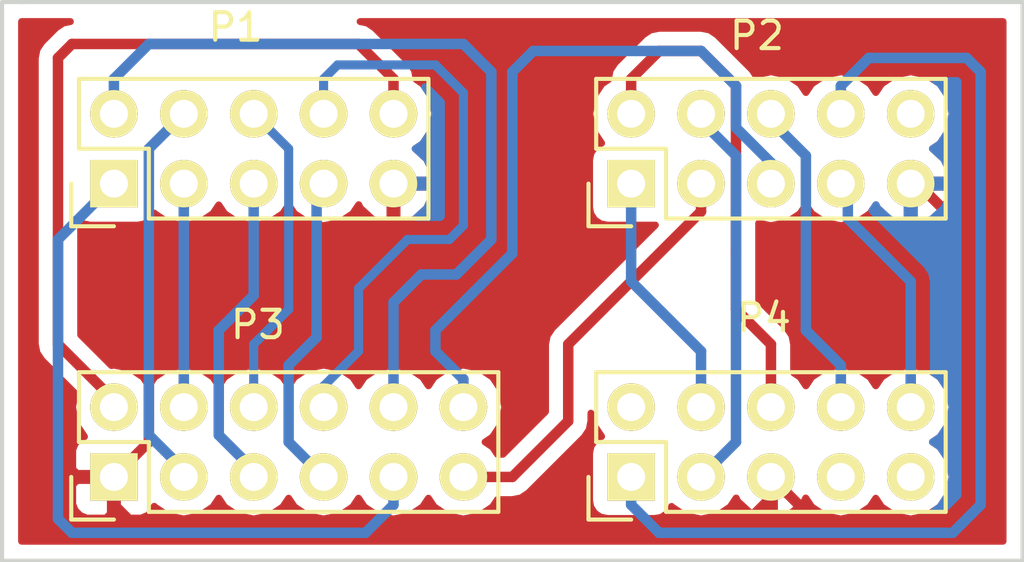
<source format=kicad_pcb>
(kicad_pcb (version 4) (host pcbnew 4.0.1-stable)

  (general
    (links 20)
    (no_connects 0)
    (area 53.179 38.9054 90.499001 60.853476)
    (thickness 1.6)
    (drawings 5)
    (tracks 125)
    (zones 0)
    (modules 4)
    (nets 23)
  )

  (page A4)
  (layers
    (0 F.Cu signal)
    (31 B.Cu signal)
    (32 B.Adhes user)
    (33 F.Adhes user)
    (34 B.Paste user)
    (35 F.Paste user)
    (36 B.SilkS user)
    (37 F.SilkS user)
    (38 B.Mask user)
    (39 F.Mask user)
    (40 Dwgs.User user)
    (41 Cmts.User user)
    (42 Eco1.User user)
    (43 Eco2.User user)
    (44 Edge.Cuts user)
    (45 Margin user)
    (46 B.CrtYd user)
    (47 F.CrtYd user)
    (48 B.Fab user)
    (49 F.Fab user)
  )

  (setup
    (last_trace_width 0.3302)
    (user_trace_width 0.3302)
    (user_trace_width 0.381)
    (user_trace_width 2.54)
    (user_trace_width 3.81)
    (user_trace_width 5.08)
    (trace_clearance 0.2)
    (zone_clearance 0.508)
    (zone_45_only no)
    (trace_min 0.2)
    (segment_width 0.2)
    (edge_width 0.15)
    (via_size 0.6)
    (via_drill 0.4)
    (via_min_size 0.4)
    (via_min_drill 0.3)
    (uvia_size 0.3)
    (uvia_drill 0.1)
    (uvias_allowed no)
    (uvia_min_size 0.2)
    (uvia_min_drill 0.1)
    (pcb_text_width 0.3)
    (pcb_text_size 1.5 1.5)
    (mod_edge_width 0.15)
    (mod_text_size 1 1)
    (mod_text_width 0.15)
    (pad_size 1.524 1.524)
    (pad_drill 0.762)
    (pad_to_mask_clearance 0.2)
    (aux_axis_origin 0 0)
    (visible_elements FFFFFF7F)
    (pcbplotparams
      (layerselection 0x00030_80000001)
      (usegerberextensions false)
      (excludeedgelayer true)
      (linewidth 0.100000)
      (plotframeref false)
      (viasonmask false)
      (mode 1)
      (useauxorigin false)
      (hpglpennumber 1)
      (hpglpenspeed 20)
      (hpglpendiameter 15)
      (hpglpenoverlay 2)
      (psnegative false)
      (psa4output false)
      (plotreference true)
      (plotvalue true)
      (plotinvisibletext false)
      (padsonsilk false)
      (subtractmaskfromsilk false)
      (outputformat 1)
      (mirror false)
      (drillshape 1)
      (scaleselection 1)
      (outputdirectory ""))
  )

  (net 0 "")
  (net 1 BEEPER)
  (net 2 BIN_ENC)
  (net 3 LCD_EN)
  (net 4 LCDRS)
  (net 5 LCD4)
  (net 6 LCD7)
  (net 7 LCD6)
  (net 8 LCD5)
  (net 9 GND)
  (net 10 VCC)
  (net 11 MISO)
  (net 12 SCK)
  (net 13 BIN_EN2)
  (net 14 SD_CSEL)
  (net 15 BIN_EN1)
  (net 16 MOSI)
  (net 17 SD_DET)
  (net 18 RST)
  (net 19 KILL)
  (net 20 SCL1)
  (net 21 3.3V)
  (net 22 CS1)

  (net_class Default "This is the default net class."
    (clearance 0.2)
    (trace_width 0.25)
    (via_dia 0.6)
    (via_drill 0.4)
    (uvia_dia 0.3)
    (uvia_drill 0.1)
    (add_net 3.3V)
    (add_net BEEPER)
    (add_net BIN_EN1)
    (add_net BIN_EN2)
    (add_net BIN_ENC)
    (add_net CS1)
    (add_net GND)
    (add_net KILL)
    (add_net LCD4)
    (add_net LCD5)
    (add_net LCD6)
    (add_net LCD7)
    (add_net LCDRS)
    (add_net LCD_EN)
    (add_net MISO)
    (add_net MOSI)
    (add_net RST)
    (add_net SCK)
    (add_net SCL1)
    (add_net SD_CSEL)
    (add_net SD_DET)
    (add_net VCC)
  )

  (module Pin_Headers:Pin_Header_Straight_2x05 (layer F.Cu) (tedit 575A6536) (tstamp 575A64AB)
    (at 57.404 45.72 90)
    (descr "Through hole pin header")
    (tags "pin header")
    (path /575A5FD8)
    (fp_text reference P1 (at 5.6896 4.4196 180) (layer F.SilkS)
      (effects (font (size 1 1) (thickness 0.15)))
    )
    (fp_text value EXP1 (at 0 -3.1 90) (layer F.Fab) hide
      (effects (font (size 1 1) (thickness 0.15)))
    )
    (fp_line (start -1.75 -1.75) (end -1.75 11.95) (layer F.CrtYd) (width 0.05))
    (fp_line (start 4.3 -1.75) (end 4.3 11.95) (layer F.CrtYd) (width 0.05))
    (fp_line (start -1.75 -1.75) (end 4.3 -1.75) (layer F.CrtYd) (width 0.05))
    (fp_line (start -1.75 11.95) (end 4.3 11.95) (layer F.CrtYd) (width 0.05))
    (fp_line (start 3.81 -1.27) (end 3.81 11.43) (layer F.SilkS) (width 0.15))
    (fp_line (start 3.81 11.43) (end -1.27 11.43) (layer F.SilkS) (width 0.15))
    (fp_line (start -1.27 11.43) (end -1.27 1.27) (layer F.SilkS) (width 0.15))
    (fp_line (start 3.81 -1.27) (end 1.27 -1.27) (layer F.SilkS) (width 0.15))
    (fp_line (start 0 -1.55) (end -1.55 -1.55) (layer F.SilkS) (width 0.15))
    (fp_line (start 1.27 -1.27) (end 1.27 1.27) (layer F.SilkS) (width 0.15))
    (fp_line (start 1.27 1.27) (end -1.27 1.27) (layer F.SilkS) (width 0.15))
    (fp_line (start -1.55 -1.55) (end -1.55 0) (layer F.SilkS) (width 0.15))
    (pad 1 thru_hole rect (at 0 0 90) (size 1.7272 1.7272) (drill 1.016) (layers *.Cu *.Mask F.SilkS)
      (net 1 BEEPER))
    (pad 2 thru_hole oval (at 2.54 0 90) (size 1.7272 1.7272) (drill 1.016) (layers *.Cu *.Mask F.SilkS)
      (net 2 BIN_ENC))
    (pad 3 thru_hole oval (at 0 2.54 90) (size 1.7272 1.7272) (drill 1.016) (layers *.Cu *.Mask F.SilkS)
      (net 3 LCD_EN))
    (pad 4 thru_hole oval (at 2.54 2.54 90) (size 1.7272 1.7272) (drill 1.016) (layers *.Cu *.Mask F.SilkS)
      (net 4 LCDRS))
    (pad 5 thru_hole oval (at 0 5.08 90) (size 1.7272 1.7272) (drill 1.016) (layers *.Cu *.Mask F.SilkS)
      (net 5 LCD4))
    (pad 6 thru_hole oval (at 2.54 5.08 90) (size 1.7272 1.7272) (drill 1.016) (layers *.Cu *.Mask F.SilkS)
      (net 8 LCD5))
    (pad 7 thru_hole oval (at 0 7.62 90) (size 1.7272 1.7272) (drill 1.016) (layers *.Cu *.Mask F.SilkS)
      (net 7 LCD6))
    (pad 8 thru_hole oval (at 2.54 7.62 90) (size 1.7272 1.7272) (drill 1.016) (layers *.Cu *.Mask F.SilkS)
      (net 6 LCD7))
    (pad 9 thru_hole oval (at 0 10.16 90) (size 1.7272 1.7272) (drill 1.016) (layers *.Cu *.Mask F.SilkS)
      (net 9 GND))
    (pad 10 thru_hole oval (at 2.54 10.16 90) (size 1.7272 1.7272) (drill 1.016) (layers *.Cu *.Mask F.SilkS)
      (net 10 VCC))
    (model Pin_Headers.3dshapes/Pin_Header_Straight_2x05.wrl
      (at (xyz 0.05 -0.2 0))
      (scale (xyz 1 1 1))
      (rotate (xyz 0 0 90))
    )
  )

  (module Pin_Headers:Pin_Header_Straight_2x05 (layer F.Cu) (tedit 575A6539) (tstamp 575A64B9)
    (at 76.2 45.72 90)
    (descr "Through hole pin header")
    (tags "pin header")
    (path /575A6028)
    (fp_text reference P2 (at 5.3848 4.572 180) (layer F.SilkS)
      (effects (font (size 1 1) (thickness 0.15)))
    )
    (fp_text value EXP2 (at 0 -3.1 90) (layer F.Fab) hide
      (effects (font (size 1 1) (thickness 0.15)))
    )
    (fp_line (start -1.75 -1.75) (end -1.75 11.95) (layer F.CrtYd) (width 0.05))
    (fp_line (start 4.3 -1.75) (end 4.3 11.95) (layer F.CrtYd) (width 0.05))
    (fp_line (start -1.75 -1.75) (end 4.3 -1.75) (layer F.CrtYd) (width 0.05))
    (fp_line (start -1.75 11.95) (end 4.3 11.95) (layer F.CrtYd) (width 0.05))
    (fp_line (start 3.81 -1.27) (end 3.81 11.43) (layer F.SilkS) (width 0.15))
    (fp_line (start 3.81 11.43) (end -1.27 11.43) (layer F.SilkS) (width 0.15))
    (fp_line (start -1.27 11.43) (end -1.27 1.27) (layer F.SilkS) (width 0.15))
    (fp_line (start 3.81 -1.27) (end 1.27 -1.27) (layer F.SilkS) (width 0.15))
    (fp_line (start 0 -1.55) (end -1.55 -1.55) (layer F.SilkS) (width 0.15))
    (fp_line (start 1.27 -1.27) (end 1.27 1.27) (layer F.SilkS) (width 0.15))
    (fp_line (start 1.27 1.27) (end -1.27 1.27) (layer F.SilkS) (width 0.15))
    (fp_line (start -1.55 -1.55) (end -1.55 0) (layer F.SilkS) (width 0.15))
    (pad 1 thru_hole rect (at 0 0 90) (size 1.7272 1.7272) (drill 1.016) (layers *.Cu *.Mask F.SilkS)
      (net 11 MISO))
    (pad 2 thru_hole oval (at 2.54 0 90) (size 1.7272 1.7272) (drill 1.016) (layers *.Cu *.Mask F.SilkS)
      (net 12 SCK))
    (pad 3 thru_hole oval (at 0 2.54 90) (size 1.7272 1.7272) (drill 1.016) (layers *.Cu *.Mask F.SilkS)
      (net 13 BIN_EN2))
    (pad 4 thru_hole oval (at 2.54 2.54 90) (size 1.7272 1.7272) (drill 1.016) (layers *.Cu *.Mask F.SilkS)
      (net 14 SD_CSEL))
    (pad 5 thru_hole oval (at 0 5.08 90) (size 1.7272 1.7272) (drill 1.016) (layers *.Cu *.Mask F.SilkS)
      (net 15 BIN_EN1))
    (pad 6 thru_hole oval (at 2.54 5.08 90) (size 1.7272 1.7272) (drill 1.016) (layers *.Cu *.Mask F.SilkS)
      (net 16 MOSI))
    (pad 7 thru_hole oval (at 0 7.62 90) (size 1.7272 1.7272) (drill 1.016) (layers *.Cu *.Mask F.SilkS)
      (net 17 SD_DET))
    (pad 8 thru_hole oval (at 2.54 7.62 90) (size 1.7272 1.7272) (drill 1.016) (layers *.Cu *.Mask F.SilkS)
      (net 18 RST))
    (pad 9 thru_hole oval (at 0 10.16 90) (size 1.7272 1.7272) (drill 1.016) (layers *.Cu *.Mask F.SilkS)
      (net 9 GND))
    (pad 10 thru_hole oval (at 2.54 10.16 90) (size 1.7272 1.7272) (drill 1.016) (layers *.Cu *.Mask F.SilkS)
      (net 19 KILL))
    (model Pin_Headers.3dshapes/Pin_Header_Straight_2x05.wrl
      (at (xyz 0.05 -0.2 0))
      (scale (xyz 1 1 1))
      (rotate (xyz 0 0 90))
    )
  )

  (module Pin_Headers:Pin_Header_Straight_2x06 (layer F.Cu) (tedit 575A6531) (tstamp 575A64C9)
    (at 57.404 56.388 90)
    (descr "Through hole pin header")
    (tags "pin header")
    (path /575A5FAF)
    (fp_text reference P3 (at 5.5372 5.2324 180) (layer F.SilkS)
      (effects (font (size 1 1) (thickness 0.15)))
    )
    (fp_text value RADDS_LCD (at 0 -3.1 90) (layer F.Fab) hide
      (effects (font (size 1 1) (thickness 0.15)))
    )
    (fp_line (start -1.75 -1.75) (end -1.75 14.45) (layer F.CrtYd) (width 0.05))
    (fp_line (start 4.3 -1.75) (end 4.3 14.45) (layer F.CrtYd) (width 0.05))
    (fp_line (start -1.75 -1.75) (end 4.3 -1.75) (layer F.CrtYd) (width 0.05))
    (fp_line (start -1.75 14.45) (end 4.3 14.45) (layer F.CrtYd) (width 0.05))
    (fp_line (start 3.81 13.97) (end 3.81 -1.27) (layer F.SilkS) (width 0.15))
    (fp_line (start -1.27 1.27) (end -1.27 13.97) (layer F.SilkS) (width 0.15))
    (fp_line (start 3.81 13.97) (end -1.27 13.97) (layer F.SilkS) (width 0.15))
    (fp_line (start 3.81 -1.27) (end 1.27 -1.27) (layer F.SilkS) (width 0.15))
    (fp_line (start 0 -1.55) (end -1.55 -1.55) (layer F.SilkS) (width 0.15))
    (fp_line (start 1.27 -1.27) (end 1.27 1.27) (layer F.SilkS) (width 0.15))
    (fp_line (start 1.27 1.27) (end -1.27 1.27) (layer F.SilkS) (width 0.15))
    (fp_line (start -1.55 -1.55) (end -1.55 0) (layer F.SilkS) (width 0.15))
    (pad 1 thru_hole rect (at 0 0 90) (size 1.7272 1.7272) (drill 1.016) (layers *.Cu *.Mask F.SilkS)
      (net 9 GND))
    (pad 2 thru_hole oval (at 2.54 0 90) (size 1.7272 1.7272) (drill 1.016) (layers *.Cu *.Mask F.SilkS)
      (net 10 VCC))
    (pad 3 thru_hole oval (at 0 2.54 90) (size 1.7272 1.7272) (drill 1.016) (layers *.Cu *.Mask F.SilkS)
      (net 4 LCDRS))
    (pad 4 thru_hole oval (at 2.54 2.54 90) (size 1.7272 1.7272) (drill 1.016) (layers *.Cu *.Mask F.SilkS)
      (net 3 LCD_EN))
    (pad 5 thru_hole oval (at 0 5.08 90) (size 1.7272 1.7272) (drill 1.016) (layers *.Cu *.Mask F.SilkS)
      (net 5 LCD4))
    (pad 6 thru_hole oval (at 2.54 5.08 90) (size 1.7272 1.7272) (drill 1.016) (layers *.Cu *.Mask F.SilkS)
      (net 8 LCD5))
    (pad 7 thru_hole oval (at 0 7.62 90) (size 1.7272 1.7272) (drill 1.016) (layers *.Cu *.Mask F.SilkS)
      (net 7 LCD6))
    (pad 8 thru_hole oval (at 2.54 7.62 90) (size 1.7272 1.7272) (drill 1.016) (layers *.Cu *.Mask F.SilkS)
      (net 6 LCD7))
    (pad 9 thru_hole oval (at 0 10.16 90) (size 1.7272 1.7272) (drill 1.016) (layers *.Cu *.Mask F.SilkS)
      (net 1 BEEPER))
    (pad 10 thru_hole oval (at 2.54 10.16 90) (size 1.7272 1.7272) (drill 1.016) (layers *.Cu *.Mask F.SilkS)
      (net 2 BIN_ENC))
    (pad 11 thru_hole oval (at 0 12.7 90) (size 1.7272 1.7272) (drill 1.016) (layers *.Cu *.Mask F.SilkS)
      (net 13 BIN_EN2))
    (pad 12 thru_hole oval (at 2.54 12.7 90) (size 1.7272 1.7272) (drill 1.016) (layers *.Cu *.Mask F.SilkS)
      (net 15 BIN_EN1))
    (model Pin_Headers.3dshapes/Pin_Header_Straight_2x06.wrl
      (at (xyz 0.05 -0.25 0))
      (scale (xyz 1 1 1))
      (rotate (xyz 0 0 90))
    )
  )

  (module Pin_Headers:Pin_Header_Straight_2x05 (layer F.Cu) (tedit 575A6533) (tstamp 575A64D7)
    (at 76.2 56.388 90)
    (descr "Through hole pin header")
    (tags "pin header")
    (path /575A600D)
    (fp_text reference P4 (at 5.7912 4.826 180) (layer F.SilkS)
      (effects (font (size 1 1) (thickness 0.15)))
    )
    (fp_text value RADDS_SD (at 0 -3.1 90) (layer F.Fab) hide
      (effects (font (size 1 1) (thickness 0.15)))
    )
    (fp_line (start -1.75 -1.75) (end -1.75 11.95) (layer F.CrtYd) (width 0.05))
    (fp_line (start 4.3 -1.75) (end 4.3 11.95) (layer F.CrtYd) (width 0.05))
    (fp_line (start -1.75 -1.75) (end 4.3 -1.75) (layer F.CrtYd) (width 0.05))
    (fp_line (start -1.75 11.95) (end 4.3 11.95) (layer F.CrtYd) (width 0.05))
    (fp_line (start 3.81 -1.27) (end 3.81 11.43) (layer F.SilkS) (width 0.15))
    (fp_line (start 3.81 11.43) (end -1.27 11.43) (layer F.SilkS) (width 0.15))
    (fp_line (start -1.27 11.43) (end -1.27 1.27) (layer F.SilkS) (width 0.15))
    (fp_line (start 3.81 -1.27) (end 1.27 -1.27) (layer F.SilkS) (width 0.15))
    (fp_line (start 0 -1.55) (end -1.55 -1.55) (layer F.SilkS) (width 0.15))
    (fp_line (start 1.27 -1.27) (end 1.27 1.27) (layer F.SilkS) (width 0.15))
    (fp_line (start 1.27 1.27) (end -1.27 1.27) (layer F.SilkS) (width 0.15))
    (fp_line (start -1.55 -1.55) (end -1.55 0) (layer F.SilkS) (width 0.15))
    (pad 1 thru_hole rect (at 0 0 90) (size 1.7272 1.7272) (drill 1.016) (layers *.Cu *.Mask F.SilkS)
      (net 18 RST))
    (pad 2 thru_hole oval (at 2.54 0 90) (size 1.7272 1.7272) (drill 1.016) (layers *.Cu *.Mask F.SilkS)
      (net 20 SCL1))
    (pad 3 thru_hole oval (at 0 2.54 90) (size 1.7272 1.7272) (drill 1.016) (layers *.Cu *.Mask F.SilkS)
      (net 14 SD_CSEL))
    (pad 4 thru_hole oval (at 2.54 2.54 90) (size 1.7272 1.7272) (drill 1.016) (layers *.Cu *.Mask F.SilkS)
      (net 11 MISO))
    (pad 5 thru_hole oval (at 0 5.08 90) (size 1.7272 1.7272) (drill 1.016) (layers *.Cu *.Mask F.SilkS)
      (net 9 GND))
    (pad 6 thru_hole oval (at 2.54 5.08 90) (size 1.7272 1.7272) (drill 1.016) (layers *.Cu *.Mask F.SilkS)
      (net 12 SCK))
    (pad 7 thru_hole oval (at 0 7.62 90) (size 1.7272 1.7272) (drill 1.016) (layers *.Cu *.Mask F.SilkS)
      (net 21 3.3V))
    (pad 8 thru_hole oval (at 2.54 7.62 90) (size 1.7272 1.7272) (drill 1.016) (layers *.Cu *.Mask F.SilkS)
      (net 16 MOSI))
    (pad 9 thru_hole oval (at 0 10.16 90) (size 1.7272 1.7272) (drill 1.016) (layers *.Cu *.Mask F.SilkS)
      (net 22 CS1))
    (pad 10 thru_hole oval (at 2.54 10.16 90) (size 1.7272 1.7272) (drill 1.016) (layers *.Cu *.Mask F.SilkS)
      (net 17 SD_DET))
    (model Pin_Headers.3dshapes/Pin_Header_Straight_2x05.wrl
      (at (xyz 0.05 -0.2 0))
      (scale (xyz 1 1 1))
      (rotate (xyz 0 0 90))
    )
  )

  (gr_line (start 53.34 39.116) (end 54.102 39.116) (angle 90) (layer Edge.Cuts) (width 0.15))
  (gr_line (start 53.34 59.436) (end 53.34 39.116) (angle 90) (layer Edge.Cuts) (width 0.15))
  (gr_line (start 90.424 59.436) (end 53.34 59.436) (angle 90) (layer Edge.Cuts) (width 0.15))
  (gr_line (start 90.424 39.116) (end 90.424 59.436) (angle 90) (layer Edge.Cuts) (width 0.15))
  (gr_line (start 54.102 39.116) (end 90.424 39.116) (angle 90) (layer Edge.Cuts) (width 0.15))

  (segment (start 67.564 56.388) (end 67.564 57.404) (width 0.381) (layer B.Cu) (net 1))
  (segment (start 55.372 47.752) (end 57.404 45.72) (width 0.381) (layer B.Cu) (net 1) (tstamp 575A665C))
  (segment (start 55.372 57.912) (end 55.372 47.752) (width 0.381) (layer B.Cu) (net 1) (tstamp 575A665A))
  (segment (start 55.88 58.42) (end 55.372 57.912) (width 0.381) (layer B.Cu) (net 1) (tstamp 575A6658))
  (segment (start 66.548 58.42) (end 55.88 58.42) (width 0.381) (layer B.Cu) (net 1) (tstamp 575A6655))
  (segment (start 67.564 57.404) (end 66.548 58.42) (width 0.381) (layer B.Cu) (net 1) (tstamp 575A6653))
  (segment (start 57.404 43.18) (end 57.404 41.91) (width 0.381) (layer B.Cu) (net 2))
  (segment (start 67.564 50.038) (end 67.564 53.848) (width 0.381) (layer B.Cu) (net 2) (tstamp 575A6725))
  (segment (start 68.58 49.022) (end 67.564 50.038) (width 0.381) (layer B.Cu) (net 2) (tstamp 575A6724))
  (segment (start 69.85 49.022) (end 68.58 49.022) (width 0.381) (layer B.Cu) (net 2) (tstamp 575A6723))
  (segment (start 71.12 47.752) (end 69.85 49.022) (width 0.381) (layer B.Cu) (net 2) (tstamp 575A6721))
  (segment (start 71.12 41.656) (end 71.12 47.752) (width 0.381) (layer B.Cu) (net 2) (tstamp 575A671E))
  (segment (start 70.104 40.64) (end 71.12 41.656) (width 0.381) (layer B.Cu) (net 2) (tstamp 575A671C))
  (segment (start 58.674 40.64) (end 70.104 40.64) (width 0.381) (layer B.Cu) (net 2) (tstamp 575A671A))
  (segment (start 57.404 41.91) (end 58.674 40.64) (width 0.381) (layer B.Cu) (net 2) (tstamp 575A6717))
  (segment (start 59.944 53.848) (end 59.944 45.72) (width 0.381) (layer B.Cu) (net 3))
  (segment (start 59.944 56.388) (end 59.944 56.134) (width 0.381) (layer B.Cu) (net 4))
  (segment (start 59.944 56.134) (end 58.674 54.864) (width 0.381) (layer B.Cu) (net 4) (tstamp 575A66DA))
  (segment (start 58.674 54.864) (end 58.674 44.45) (width 0.381) (layer B.Cu) (net 4) (tstamp 575A66DD))
  (segment (start 58.674 44.45) (end 59.944 43.18) (width 0.381) (layer B.Cu) (net 4) (tstamp 575A66E1))
  (segment (start 62.484 56.388) (end 62.484 56.134) (width 0.381) (layer B.Cu) (net 5))
  (segment (start 62.484 56.134) (end 61.214 54.864) (width 0.381) (layer B.Cu) (net 5) (tstamp 575A66B5))
  (segment (start 61.214 54.864) (end 61.214 51.054) (width 0.381) (layer B.Cu) (net 5) (tstamp 575A66B7))
  (segment (start 61.214 51.054) (end 62.484 49.784) (width 0.381) (layer B.Cu) (net 5) (tstamp 575A66B9))
  (segment (start 62.484 49.784) (end 62.484 45.72) (width 0.381) (layer B.Cu) (net 5) (tstamp 575A66BB))
  (segment (start 65.024 53.848) (end 65.024 53.086) (width 0.3302) (layer B.Cu) (net 6) (status C00000))
  (segment (start 65.024 53.086) (end 66.294 51.816) (width 0.3302) (layer B.Cu) (net 6) (tstamp 57782BB8) (status 400000))
  (segment (start 66.294 51.816) (end 66.294 49.53) (width 0.3302) (layer B.Cu) (net 6) (tstamp 57782BBA))
  (segment (start 66.294 49.53) (end 68.072 47.752) (width 0.3302) (layer B.Cu) (net 6) (tstamp 57782BBB))
  (segment (start 68.072 47.752) (end 69.596 47.752) (width 0.3302) (layer B.Cu) (net 6) (tstamp 57782BBE))
  (segment (start 69.596 47.752) (end 70.104 47.244) (width 0.3302) (layer B.Cu) (net 6) (tstamp 57782BC0))
  (segment (start 70.104 47.244) (end 70.104 42.418) (width 0.3302) (layer B.Cu) (net 6) (tstamp 57782BC1))
  (segment (start 70.104 42.418) (end 69.088 41.402) (width 0.3302) (layer B.Cu) (net 6) (tstamp 57782BC2))
  (segment (start 69.088 41.402) (end 65.532 41.402) (width 0.3302) (layer B.Cu) (net 6) (tstamp 57782BC3))
  (segment (start 65.532 41.402) (end 65.024 41.91) (width 0.3302) (layer B.Cu) (net 6) (tstamp 57782BC5))
  (segment (start 65.024 41.91) (end 65.024 43.18) (width 0.3302) (layer B.Cu) (net 6) (tstamp 57782BC7) (status 800000))
  (segment (start 65.024 43.18) (end 65.024 43.434) (width 0.381) (layer B.Cu) (net 6))
  (segment (start 65.024 56.388) (end 63.754 55.118) (width 0.381) (layer B.Cu) (net 7))
  (segment (start 64.77 51.308) (end 64.77 45.974) (width 0.381) (layer B.Cu) (net 7) (tstamp 575A66EC))
  (segment (start 63.754 52.324) (end 64.77 51.308) (width 0.381) (layer B.Cu) (net 7) (tstamp 575A66EB))
  (segment (start 63.754 55.118) (end 63.754 52.324) (width 0.381) (layer B.Cu) (net 7) (tstamp 575A66E9))
  (segment (start 64.77 45.974) (end 65.024 45.72) (width 0.381) (layer B.Cu) (net 7) (tstamp 575A66ED))
  (segment (start 62.484 53.848) (end 62.484 51.562) (width 0.3302) (layer B.Cu) (net 8) (status 400000))
  (segment (start 63.754 44.45) (end 62.484 43.18) (width 0.3302) (layer B.Cu) (net 8) (tstamp 57782BA5) (status 800000))
  (segment (start 63.754 50.292) (end 63.754 44.45) (width 0.3302) (layer B.Cu) (net 8) (tstamp 57782BA2))
  (segment (start 62.484 51.562) (end 63.754 50.292) (width 0.3302) (layer B.Cu) (net 8) (tstamp 57782B9E))
  (segment (start 67.564 45.72) (end 67.564 49.53) (width 0.381) (layer F.Cu) (net 9))
  (segment (start 58.674 55.118) (end 57.404 56.388) (width 0.381) (layer F.Cu) (net 9) (tstamp 575A6904))
  (segment (start 58.674 52.324) (end 58.674 55.118) (width 0.381) (layer F.Cu) (net 9) (tstamp 575A6902))
  (segment (start 59.69 51.308) (end 58.674 52.324) (width 0.381) (layer F.Cu) (net 9) (tstamp 575A6901))
  (segment (start 65.786 51.308) (end 59.69 51.308) (width 0.381) (layer F.Cu) (net 9) (tstamp 575A68FF))
  (segment (start 67.564 49.53) (end 65.786 51.308) (width 0.381) (layer F.Cu) (net 9) (tstamp 575A68FB))
  (segment (start 81.28 56.388) (end 81.28 57.15) (width 0.381) (layer F.Cu) (net 9))
  (segment (start 81.28 57.15) (end 80.01 58.42) (width 0.381) (layer F.Cu) (net 9) (tstamp 575A68D7))
  (segment (start 72.644 58.42) (end 58.42 58.42) (width 0.381) (layer F.Cu) (net 9) (tstamp 575A68C9))
  (segment (start 58.42 58.42) (end 57.404 57.404) (width 0.381) (layer F.Cu) (net 9) (tstamp 575A68CA))
  (segment (start 57.404 57.404) (end 57.404 56.388) (width 0.381) (layer F.Cu) (net 9) (tstamp 575A68CF))
  (segment (start 80.01 58.42) (end 72.644 58.42) (width 0.381) (layer F.Cu) (net 9) (tstamp 575A68D9))
  (segment (start 67.564 45.72) (end 67.564 47.498) (width 0.381) (layer F.Cu) (net 9))
  (segment (start 86.36 45.72) (end 86.614 45.72) (width 0.381) (layer F.Cu) (net 9))
  (segment (start 86.614 45.72) (end 88.9 48.006) (width 0.381) (layer F.Cu) (net 9) (tstamp 575A68A5))
  (segment (start 88.9 48.006) (end 88.9 57.404) (width 0.381) (layer F.Cu) (net 9) (tstamp 575A68A7))
  (segment (start 88.9 57.404) (end 87.884 58.42) (width 0.381) (layer F.Cu) (net 9) (tstamp 575A68A9))
  (segment (start 87.884 58.42) (end 83.312 58.42) (width 0.381) (layer F.Cu) (net 9) (tstamp 575A68AA))
  (segment (start 83.312 58.42) (end 81.28 56.388) (width 0.381) (layer F.Cu) (net 9) (tstamp 575A68AD))
  (segment (start 57.404 53.848) (end 57.404 53.594) (width 0.381) (layer F.Cu) (net 10))
  (segment (start 57.404 53.594) (end 55.372 51.562) (width 0.381) (layer F.Cu) (net 10) (tstamp 575A6890))
  (segment (start 55.372 51.562) (end 55.372 41.148) (width 0.381) (layer F.Cu) (net 10) (tstamp 575A6892))
  (segment (start 55.372 41.148) (end 55.88 40.64) (width 0.381) (layer F.Cu) (net 10) (tstamp 575A6896))
  (segment (start 55.88 40.64) (end 66.294 40.64) (width 0.381) (layer F.Cu) (net 10) (tstamp 575A6897))
  (segment (start 66.294 40.64) (end 67.564 41.91) (width 0.381) (layer F.Cu) (net 10) (tstamp 575A6898))
  (segment (start 67.564 41.91) (end 67.564 43.18) (width 0.381) (layer F.Cu) (net 10) (tstamp 575A6899))
  (segment (start 76.2 45.72) (end 76.2 49.276) (width 0.381) (layer B.Cu) (net 11))
  (segment (start 78.74 51.816) (end 78.74 53.848) (width 0.381) (layer B.Cu) (net 11) (tstamp 575A6874))
  (segment (start 76.2 49.276) (end 78.74 51.816) (width 0.381) (layer B.Cu) (net 11) (tstamp 575A6871))
  (segment (start 76.2 43.18) (end 76.2 41.91) (width 0.381) (layer F.Cu) (net 12))
  (segment (start 81.28 51.562) (end 81.28 53.848) (width 0.381) (layer F.Cu) (net 12) (tstamp 575A692B))
  (segment (start 80.01 50.292) (end 81.28 51.562) (width 0.381) (layer F.Cu) (net 12) (tstamp 575A6927))
  (segment (start 80.01 48.26) (end 80.01 50.292) (width 0.381) (layer F.Cu) (net 12) (tstamp 575A6925))
  (segment (start 80.01 42.164) (end 80.01 48.26) (width 0.381) (layer F.Cu) (net 12) (tstamp 575A6923))
  (segment (start 78.74 40.894) (end 80.01 42.164) (width 0.381) (layer F.Cu) (net 12) (tstamp 575A6921))
  (segment (start 77.216 40.894) (end 78.74 40.894) (width 0.381) (layer F.Cu) (net 12) (tstamp 575A6920))
  (segment (start 76.2 41.91) (end 77.216 40.894) (width 0.381) (layer F.Cu) (net 12) (tstamp 575A691E))
  (segment (start 70.104 56.388) (end 71.882 56.388) (width 0.381) (layer F.Cu) (net 13))
  (segment (start 78.74 46.736) (end 78.74 45.72) (width 0.381) (layer F.Cu) (net 13) (tstamp 575A6916))
  (segment (start 73.914 51.562) (end 78.74 46.736) (width 0.381) (layer F.Cu) (net 13) (tstamp 575A6913))
  (segment (start 73.914 54.356) (end 73.914 51.562) (width 0.381) (layer F.Cu) (net 13) (tstamp 575A6910))
  (segment (start 71.882 56.388) (end 73.914 54.356) (width 0.381) (layer F.Cu) (net 13) (tstamp 575A690F))
  (segment (start 78.74 43.18) (end 78.74 43.434) (width 0.381) (layer B.Cu) (net 14))
  (segment (start 78.74 43.434) (end 80.01 44.704) (width 0.381) (layer B.Cu) (net 14) (tstamp 575A687C))
  (segment (start 80.01 55.118) (end 78.74 56.388) (width 0.381) (layer B.Cu) (net 14) (tstamp 575A687E))
  (segment (start 80.01 44.704) (end 80.01 55.118) (width 0.381) (layer B.Cu) (net 14) (tstamp 575A687D))
  (segment (start 78.994 56.388) (end 78.74 56.388) (width 0.381) (layer B.Cu) (net 14) (tstamp 575A681B))
  (segment (start 78.74 56.388) (end 78.74 56.134) (width 0.381) (layer B.Cu) (net 14))
  (segment (start 81.28 45.72) (end 81.28 44.958) (width 0.381) (layer B.Cu) (net 15))
  (segment (start 81.28 44.958) (end 80.01 43.688) (width 0.381) (layer B.Cu) (net 15) (tstamp 575A6840))
  (segment (start 80.01 43.688) (end 80.01 42.164) (width 0.381) (layer B.Cu) (net 15) (tstamp 575A6845))
  (segment (start 80.01 42.164) (end 78.74 40.894) (width 0.381) (layer B.Cu) (net 15) (tstamp 575A6846))
  (segment (start 78.74 40.894) (end 72.644 40.894) (width 0.381) (layer B.Cu) (net 15) (tstamp 575A6848))
  (segment (start 72.644 40.894) (end 71.882 41.656) (width 0.381) (layer B.Cu) (net 15) (tstamp 575A684B))
  (segment (start 71.882 41.656) (end 71.882 48.26) (width 0.381) (layer B.Cu) (net 15) (tstamp 575A684D))
  (segment (start 71.882 48.26) (end 69.85 50.292) (width 0.381) (layer B.Cu) (net 15) (tstamp 575A6850))
  (segment (start 69.85 50.292) (end 69.088 51.054) (width 0.381) (layer B.Cu) (net 15) (tstamp 575A6852))
  (segment (start 69.088 51.054) (end 69.088 51.816) (width 0.381) (layer B.Cu) (net 15) (tstamp 575A6853))
  (segment (start 69.088 51.816) (end 70.104 52.832) (width 0.381) (layer B.Cu) (net 15) (tstamp 575A6855))
  (segment (start 70.104 52.832) (end 70.104 53.848) (width 0.381) (layer B.Cu) (net 15) (tstamp 575A6856))
  (segment (start 81.28 43.18) (end 81.28 43.434) (width 0.381) (layer B.Cu) (net 16))
  (segment (start 81.28 43.434) (end 82.55 44.704) (width 0.381) (layer B.Cu) (net 16) (tstamp 575A6791))
  (segment (start 82.55 44.704) (end 82.55 51.054) (width 0.381) (layer B.Cu) (net 16) (tstamp 575A6793))
  (segment (start 82.55 51.054) (end 83.82 52.324) (width 0.381) (layer B.Cu) (net 16) (tstamp 575A6795))
  (segment (start 83.82 52.324) (end 83.82 53.848) (width 0.381) (layer B.Cu) (net 16) (tstamp 575A6797))
  (segment (start 86.36 53.848) (end 86.36 49.276) (width 0.381) (layer B.Cu) (net 17))
  (segment (start 84.074 46.99) (end 84.074 45.974) (width 0.381) (layer B.Cu) (net 17) (tstamp 575A6784))
  (segment (start 84.582 47.498) (end 84.074 46.99) (width 0.381) (layer B.Cu) (net 17) (tstamp 575A6782))
  (segment (start 86.36 49.276) (end 84.582 47.498) (width 0.381) (layer B.Cu) (net 17) (tstamp 575A6780))
  (segment (start 84.074 45.974) (end 83.82 45.72) (width 0.381) (layer B.Cu) (net 17) (tstamp 575A6787))
  (segment (start 76.2 56.388) (end 76.2 57.404) (width 0.381) (layer B.Cu) (net 18))
  (segment (start 83.82 42.164) (end 83.82 43.18) (width 0.381) (layer B.Cu) (net 18) (tstamp 575A6778))
  (segment (start 84.836 41.148) (end 83.82 42.164) (width 0.381) (layer B.Cu) (net 18) (tstamp 575A6777))
  (segment (start 88.392 41.148) (end 84.836 41.148) (width 0.381) (layer B.Cu) (net 18) (tstamp 575A6774))
  (segment (start 88.9 41.656) (end 88.392 41.148) (width 0.381) (layer B.Cu) (net 18) (tstamp 575A6772))
  (segment (start 88.9 57.404) (end 88.9 41.656) (width 0.381) (layer B.Cu) (net 18) (tstamp 575A676F))
  (segment (start 87.884 58.42) (end 88.9 57.404) (width 0.381) (layer B.Cu) (net 18) (tstamp 575A676D))
  (segment (start 77.216 58.42) (end 87.884 58.42) (width 0.381) (layer B.Cu) (net 18) (tstamp 575A676B))
  (segment (start 76.2 57.404) (end 77.216 58.42) (width 0.381) (layer B.Cu) (net 18) (tstamp 575A6769))

  (zone (net 9) (net_name GND) (layer F.Cu) (tstamp 575A6973) (hatch edge 0.508)
    (connect_pads (clearance 0.508))
    (min_thickness 0.254)
    (fill yes (arc_segments 16) (thermal_gap 0.508) (thermal_bridge_width 0.508))
    (polygon
      (pts
        (xy 53.34 39.37) (xy 90.424 39.116) (xy 90.424 59.436) (xy 53.34 59.436) (xy 53.594 39.37)
      )
    )
    (filled_polygon
      (pts
        (xy 55.564095 39.877337) (xy 55.296283 40.056283) (xy 55.296281 40.056286) (xy 54.788283 40.564283) (xy 54.609337 40.832094)
        (xy 54.609337 40.832095) (xy 54.5465 41.148) (xy 54.5465 51.562) (xy 54.609337 51.877906) (xy 54.788283 52.145717)
        (xy 55.997614 53.355048) (xy 55.9054 53.818641) (xy 55.9054 53.877359) (xy 56.019474 54.450848) (xy 56.334526 54.922356)
        (xy 56.180701 54.986073) (xy 56.002073 55.164702) (xy 55.9054 55.398091) (xy 55.9054 56.10225) (xy 56.06415 56.261)
        (xy 57.277 56.261) (xy 57.277 56.241) (xy 57.531 56.241) (xy 57.531 56.261) (xy 57.551 56.261)
        (xy 57.551 56.515) (xy 57.531 56.515) (xy 57.531 57.72785) (xy 57.68975 57.8866) (xy 58.39391 57.8866)
        (xy 58.627299 57.789927) (xy 58.805927 57.611298) (xy 58.870263 57.455977) (xy 58.88433 57.477029) (xy 59.370511 57.801885)
        (xy 59.944 57.915959) (xy 60.517489 57.801885) (xy 61.00367 57.477029) (xy 61.214 57.162248) (xy 61.42433 57.477029)
        (xy 61.910511 57.801885) (xy 62.484 57.915959) (xy 63.057489 57.801885) (xy 63.54367 57.477029) (xy 63.754 57.162248)
        (xy 63.96433 57.477029) (xy 64.450511 57.801885) (xy 65.024 57.915959) (xy 65.597489 57.801885) (xy 66.08367 57.477029)
        (xy 66.294 57.162248) (xy 66.50433 57.477029) (xy 66.990511 57.801885) (xy 67.564 57.915959) (xy 68.137489 57.801885)
        (xy 68.62367 57.477029) (xy 68.834 57.162248) (xy 69.04433 57.477029) (xy 69.530511 57.801885) (xy 70.104 57.915959)
        (xy 70.677489 57.801885) (xy 71.16367 57.477029) (xy 71.339755 57.2135) (xy 71.882 57.2135) (xy 72.197906 57.150663)
        (xy 72.465717 56.971717) (xy 74.497717 54.939717) (xy 74.676663 54.671906) (xy 74.739501 54.356) (xy 74.7395 54.355995)
        (xy 74.7395 54.068901) (xy 74.815474 54.450848) (xy 75.126574 54.916442) (xy 75.101083 54.921238) (xy 74.884959 55.06031)
        (xy 74.739969 55.27251) (xy 74.68896 55.5244) (xy 74.68896 57.2516) (xy 74.733238 57.486917) (xy 74.87231 57.703041)
        (xy 75.08451 57.848031) (xy 75.3364 57.89904) (xy 77.0636 57.89904) (xy 77.298917 57.854762) (xy 77.515041 57.71569)
        (xy 77.660031 57.50349) (xy 77.668864 57.459869) (xy 77.68033 57.477029) (xy 78.166511 57.801885) (xy 78.74 57.915959)
        (xy 79.313489 57.801885) (xy 79.79967 57.477029) (xy 80.015664 57.153772) (xy 80.073179 57.27649) (xy 80.505053 57.670688)
        (xy 80.920974 57.842958) (xy 81.153 57.721817) (xy 81.153 56.515) (xy 81.133 56.515) (xy 81.133 56.261)
        (xy 81.153 56.261) (xy 81.153 56.241) (xy 81.407 56.241) (xy 81.407 56.261) (xy 81.427 56.261)
        (xy 81.427 56.515) (xy 81.407 56.515) (xy 81.407 57.721817) (xy 81.639026 57.842958) (xy 82.054947 57.670688)
        (xy 82.486821 57.27649) (xy 82.544336 57.153772) (xy 82.76033 57.477029) (xy 83.246511 57.801885) (xy 83.82 57.915959)
        (xy 84.393489 57.801885) (xy 84.87967 57.477029) (xy 85.09 57.162248) (xy 85.30033 57.477029) (xy 85.786511 57.801885)
        (xy 86.36 57.915959) (xy 86.933489 57.801885) (xy 87.41967 57.477029) (xy 87.744526 56.990848) (xy 87.8586 56.417359)
        (xy 87.8586 56.358641) (xy 87.744526 55.785152) (xy 87.41967 55.298971) (xy 87.148828 55.118) (xy 87.41967 54.937029)
        (xy 87.744526 54.450848) (xy 87.8586 53.877359) (xy 87.8586 53.818641) (xy 87.744526 53.245152) (xy 87.41967 52.758971)
        (xy 86.933489 52.434115) (xy 86.36 52.320041) (xy 85.786511 52.434115) (xy 85.30033 52.758971) (xy 85.09 53.073752)
        (xy 84.87967 52.758971) (xy 84.393489 52.434115) (xy 83.82 52.320041) (xy 83.246511 52.434115) (xy 82.76033 52.758971)
        (xy 82.55 53.073752) (xy 82.33967 52.758971) (xy 82.1055 52.602503) (xy 82.1055 51.562) (xy 82.042663 51.246095)
        (xy 82.042663 51.246094) (xy 81.914752 51.054663) (xy 81.863717 50.978283) (xy 81.863714 50.978281) (xy 80.8355 49.950066)
        (xy 80.8355 47.159542) (xy 81.28 47.247959) (xy 81.853489 47.133885) (xy 82.33967 46.809029) (xy 82.55 46.494248)
        (xy 82.76033 46.809029) (xy 83.246511 47.133885) (xy 83.82 47.247959) (xy 84.393489 47.133885) (xy 84.87967 46.809029)
        (xy 85.095664 46.485772) (xy 85.153179 46.60849) (xy 85.585053 47.002688) (xy 86.000974 47.174958) (xy 86.233 47.053817)
        (xy 86.233 45.847) (xy 86.487 45.847) (xy 86.487 47.053817) (xy 86.719026 47.174958) (xy 87.134947 47.002688)
        (xy 87.566821 46.60849) (xy 87.814968 46.079027) (xy 87.694469 45.847) (xy 86.487 45.847) (xy 86.233 45.847)
        (xy 86.213 45.847) (xy 86.213 45.593) (xy 86.233 45.593) (xy 86.233 45.573) (xy 86.487 45.573)
        (xy 86.487 45.593) (xy 87.694469 45.593) (xy 87.814968 45.360973) (xy 87.566821 44.83151) (xy 87.148839 44.449992)
        (xy 87.41967 44.269029) (xy 87.744526 43.782848) (xy 87.8586 43.209359) (xy 87.8586 43.150641) (xy 87.744526 42.577152)
        (xy 87.41967 42.090971) (xy 86.933489 41.766115) (xy 86.36 41.652041) (xy 85.786511 41.766115) (xy 85.30033 42.090971)
        (xy 85.09 42.405752) (xy 84.87967 42.090971) (xy 84.393489 41.766115) (xy 83.82 41.652041) (xy 83.246511 41.766115)
        (xy 82.76033 42.090971) (xy 82.55 42.405752) (xy 82.33967 42.090971) (xy 81.853489 41.766115) (xy 81.28 41.652041)
        (xy 80.716551 41.764118) (xy 80.641664 41.652041) (xy 80.593717 41.580283) (xy 80.593714 41.580281) (xy 79.323717 40.310283)
        (xy 79.055906 40.131337) (xy 78.74 40.0685) (xy 77.216005 40.0685) (xy 77.216 40.068499) (xy 76.900094 40.131337)
        (xy 76.632283 40.310283) (xy 75.616283 41.326283) (xy 75.437337 41.594094) (xy 75.409962 41.731717) (xy 75.3745 41.91)
        (xy 75.3745 41.934503) (xy 75.14033 42.090971) (xy 74.815474 42.577152) (xy 74.7014 43.150641) (xy 74.7014 43.209359)
        (xy 74.815474 43.782848) (xy 75.126574 44.248442) (xy 75.101083 44.253238) (xy 74.884959 44.39231) (xy 74.739969 44.60451)
        (xy 74.68896 44.8564) (xy 74.68896 46.5836) (xy 74.733238 46.818917) (xy 74.87231 47.035041) (xy 75.08451 47.180031)
        (xy 75.3364 47.23104) (xy 77.0636 47.23104) (xy 77.080755 47.227812) (xy 73.330283 50.978283) (xy 73.151337 51.246094)
        (xy 73.151337 51.246095) (xy 73.0885 51.562) (xy 73.0885 54.014066) (xy 71.540066 55.5625) (xy 71.339755 55.5625)
        (xy 71.16367 55.298971) (xy 70.892828 55.118) (xy 71.16367 54.937029) (xy 71.488526 54.450848) (xy 71.6026 53.877359)
        (xy 71.6026 53.818641) (xy 71.488526 53.245152) (xy 71.16367 52.758971) (xy 70.677489 52.434115) (xy 70.104 52.320041)
        (xy 69.530511 52.434115) (xy 69.04433 52.758971) (xy 68.834 53.073752) (xy 68.62367 52.758971) (xy 68.137489 52.434115)
        (xy 67.564 52.320041) (xy 66.990511 52.434115) (xy 66.50433 52.758971) (xy 66.294 53.073752) (xy 66.08367 52.758971)
        (xy 65.597489 52.434115) (xy 65.024 52.320041) (xy 64.450511 52.434115) (xy 63.96433 52.758971) (xy 63.754 53.073752)
        (xy 63.54367 52.758971) (xy 63.057489 52.434115) (xy 62.484 52.320041) (xy 61.910511 52.434115) (xy 61.42433 52.758971)
        (xy 61.214 53.073752) (xy 61.00367 52.758971) (xy 60.517489 52.434115) (xy 59.944 52.320041) (xy 59.370511 52.434115)
        (xy 58.88433 52.758971) (xy 58.674 53.073752) (xy 58.46367 52.758971) (xy 57.977489 52.434115) (xy 57.404 52.320041)
        (xy 57.315149 52.337715) (xy 56.1975 51.220066) (xy 56.1975 47.117847) (xy 56.28851 47.180031) (xy 56.5404 47.23104)
        (xy 58.2676 47.23104) (xy 58.502917 47.186762) (xy 58.719041 47.04769) (xy 58.864031 46.83549) (xy 58.872864 46.791869)
        (xy 58.88433 46.809029) (xy 59.370511 47.133885) (xy 59.944 47.247959) (xy 60.517489 47.133885) (xy 61.00367 46.809029)
        (xy 61.214 46.494248) (xy 61.42433 46.809029) (xy 61.910511 47.133885) (xy 62.484 47.247959) (xy 63.057489 47.133885)
        (xy 63.54367 46.809029) (xy 63.754 46.494248) (xy 63.96433 46.809029) (xy 64.450511 47.133885) (xy 65.024 47.247959)
        (xy 65.597489 47.133885) (xy 66.08367 46.809029) (xy 66.299664 46.485772) (xy 66.357179 46.60849) (xy 66.789053 47.002688)
        (xy 67.204974 47.174958) (xy 67.437 47.053817) (xy 67.437 45.847) (xy 67.691 45.847) (xy 67.691 47.053817)
        (xy 67.923026 47.174958) (xy 68.338947 47.002688) (xy 68.770821 46.60849) (xy 69.018968 46.079027) (xy 68.898469 45.847)
        (xy 67.691 45.847) (xy 67.437 45.847) (xy 67.417 45.847) (xy 67.417 45.593) (xy 67.437 45.593)
        (xy 67.437 45.573) (xy 67.691 45.573) (xy 67.691 45.593) (xy 68.898469 45.593) (xy 69.018968 45.360973)
        (xy 68.770821 44.83151) (xy 68.352839 44.449992) (xy 68.62367 44.269029) (xy 68.948526 43.782848) (xy 69.0626 43.209359)
        (xy 69.0626 43.150641) (xy 68.948526 42.577152) (xy 68.62367 42.090971) (xy 68.3895 41.934503) (xy 68.3895 41.91)
        (xy 68.354038 41.731717) (xy 68.326663 41.594094) (xy 68.240739 41.4655) (xy 68.147717 41.326283) (xy 68.147714 41.326281)
        (xy 66.877717 40.056283) (xy 66.609906 39.877337) (xy 66.351815 39.826) (xy 89.714 39.826) (xy 89.714 58.726)
        (xy 54.05 58.726) (xy 54.05 56.67375) (xy 55.9054 56.67375) (xy 55.9054 57.377909) (xy 56.002073 57.611298)
        (xy 56.180701 57.789927) (xy 56.41409 57.8866) (xy 57.11825 57.8866) (xy 57.277 57.72785) (xy 57.277 56.515)
        (xy 56.06415 56.515) (xy 55.9054 56.67375) (xy 54.05 56.67375) (xy 54.05 39.826) (xy 55.822185 39.826)
      )
    )
  )
  (zone (net 9) (net_name GND) (layer B.Cu) (tstamp 57782BDC) (hatch edge 0.508)
    (connect_pads (clearance 0.508))
    (min_thickness 0.254)
    (fill yes (arc_segments 16) (thermal_gap 0.508) (thermal_bridge_width 0.508))
    (polygon
      (pts
        (xy 90.424 59.436) (xy 53.34 59.436) (xy 53.34 39.116) (xy 90.424 39.116) (xy 90.424 59.436)
      )
    )
    (filled_polygon
      (pts
        (xy 88.0745 41.997933) (xy 88.0745 57.062066) (xy 87.542066 57.5945) (xy 87.243862 57.5945) (xy 87.41967 57.477029)
        (xy 87.744526 56.990848) (xy 87.8586 56.417359) (xy 87.8586 56.358641) (xy 87.744526 55.785152) (xy 87.41967 55.298971)
        (xy 87.148828 55.118) (xy 87.41967 54.937029) (xy 87.744526 54.450848) (xy 87.8586 53.877359) (xy 87.8586 53.818641)
        (xy 87.744526 53.245152) (xy 87.41967 52.758971) (xy 87.1855 52.602503) (xy 87.1855 49.276005) (xy 87.185501 49.276)
        (xy 87.122663 48.960095) (xy 87.044902 48.843717) (xy 86.943717 48.692283) (xy 86.943714 48.692281) (xy 85.165717 46.914283)
        (xy 85.165714 46.914281) (xy 84.952085 46.700652) (xy 85.095664 46.485772) (xy 85.153179 46.60849) (xy 85.585053 47.002688)
        (xy 86.000974 47.174958) (xy 86.233 47.053817) (xy 86.233 45.847) (xy 86.487 45.847) (xy 86.487 47.053817)
        (xy 86.719026 47.174958) (xy 87.134947 47.002688) (xy 87.566821 46.60849) (xy 87.814968 46.079027) (xy 87.694469 45.847)
        (xy 86.487 45.847) (xy 86.233 45.847) (xy 86.213 45.847) (xy 86.213 45.593) (xy 86.233 45.593)
        (xy 86.233 45.573) (xy 86.487 45.573) (xy 86.487 45.593) (xy 87.694469 45.593) (xy 87.814968 45.360973)
        (xy 87.566821 44.83151) (xy 87.148839 44.449992) (xy 87.41967 44.269029) (xy 87.744526 43.782848) (xy 87.8586 43.209359)
        (xy 87.8586 43.150641) (xy 87.744526 42.577152) (xy 87.41967 42.090971) (xy 87.243862 41.9735) (xy 88.050066 41.9735)
      )
    )
    (filled_polygon
      (pts
        (xy 81.407 56.261) (xy 81.427 56.261) (xy 81.427 56.515) (xy 81.407 56.515) (xy 81.407 56.535)
        (xy 81.153 56.535) (xy 81.153 56.515) (xy 81.133 56.515) (xy 81.133 56.261) (xy 81.153 56.261)
        (xy 81.153 56.241) (xy 81.407 56.241)
      )
    )
    (filled_polygon
      (pts
        (xy 57.531 56.261) (xy 57.551 56.261) (xy 57.551 56.515) (xy 57.531 56.515) (xy 57.531 56.535)
        (xy 57.277 56.535) (xy 57.277 56.515) (xy 57.257 56.515) (xy 57.257 56.261) (xy 57.277 56.261)
        (xy 57.277 56.241) (xy 57.531 56.241)
      )
    )
    (filled_polygon
      (pts
        (xy 69.3039 42.749412) (xy 69.3039 46.912588) (xy 69.264588 46.9519) (xy 68.394589 46.9519) (xy 68.770821 46.60849)
        (xy 69.018968 46.079027) (xy 68.898469 45.847) (xy 67.691 45.847) (xy 67.691 45.867) (xy 67.437 45.867)
        (xy 67.437 45.847) (xy 67.417 45.847) (xy 67.417 45.593) (xy 67.437 45.593) (xy 67.437 45.573)
        (xy 67.691 45.573) (xy 67.691 45.593) (xy 68.898469 45.593) (xy 69.018968 45.360973) (xy 68.770821 44.83151)
        (xy 68.352839 44.449992) (xy 68.62367 44.269029) (xy 68.948526 43.782848) (xy 69.0626 43.209359) (xy 69.0626 43.150641)
        (xy 68.948526 42.577152) (xy 68.697924 42.2021) (xy 68.756588 42.2021)
      )
    )
  )
)

</source>
